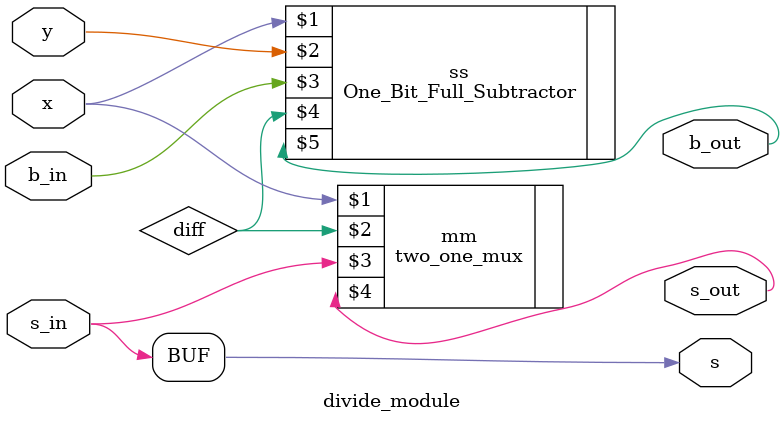
<source format=v>
module divide_module(input x,
							input y,
							input b_in,
							input s_in,
							output b_out,
							output s_out,
							output s	);
 
 
 
 wire diff;						 
 One_Bit_Full_Subtractor ss(x,y,b_in,diff,b_out);
 two_one_mux mm(x,diff,s_in,s_out);
 assign s=s_in;
 
 endmodule
</source>
